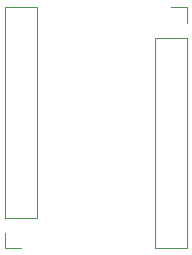
<source format=gbo>
%TF.GenerationSoftware,KiCad,Pcbnew,6.0.0-rc1-unknown-2c0fe8f~66~ubuntu18.04.1*%
%TF.CreationDate,2018-10-10T11:30:18+02:00*%
%TF.ProjectId,stspin220,73747370696E3232302E6B696361645F,rev?*%
%TF.SameCoordinates,Original*%
%TF.FileFunction,Legend,Bot*%
%TF.FilePolarity,Positive*%
%FSLAX46Y46*%
G04 Gerber Fmt 4.6, Leading zero omitted, Abs format (unit mm)*
G04 Created by KiCad (PCBNEW 6.0.0-rc1-unknown-2c0fe8f~66~ubuntu18.04.1) date Wed Oct 10 11:30:18 2018*
%MOMM*%
%LPD*%
G01*
G04 APERTURE LIST*
%ADD10C,0.120000*%
%ADD11O,1.802000X1.802000*%
%ADD12R,1.802000X1.802000*%
G04 APERTURE END LIST*
D10*
X151190000Y-95190000D02*
X149860000Y-95190000D01*
X151190000Y-96520000D02*
X151190000Y-95190000D01*
X151190000Y-97790000D02*
X148530000Y-97790000D01*
X148530000Y-97790000D02*
X148530000Y-115630000D01*
X151190000Y-97790000D02*
X151190000Y-115630000D01*
X151190000Y-115630000D02*
X148530000Y-115630000D01*
X135830000Y-115630000D02*
X137160000Y-115630000D01*
X135830000Y-114300000D02*
X135830000Y-115630000D01*
X135830000Y-113030000D02*
X138490000Y-113030000D01*
X138490000Y-113030000D02*
X138490000Y-95190000D01*
X135830000Y-113030000D02*
X135830000Y-95190000D01*
X135830000Y-95190000D02*
X138490000Y-95190000D01*
%LPC*%
D11*
X149860000Y-114300000D03*
X149860000Y-111760000D03*
X149860000Y-109220000D03*
X149860000Y-106680000D03*
X149860000Y-104140000D03*
X149860000Y-101600000D03*
X149860000Y-99060000D03*
D12*
X149860000Y-96520000D03*
D11*
X137160000Y-96520000D03*
X137160000Y-99060000D03*
X137160000Y-101600000D03*
X137160000Y-104140000D03*
X137160000Y-106680000D03*
X137160000Y-109220000D03*
X137160000Y-111760000D03*
D12*
X137160000Y-114300000D03*
M02*

</source>
